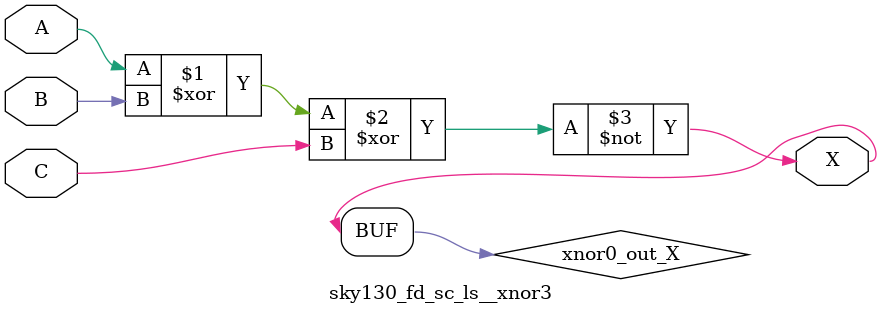
<source format=v>
/*
 * Copyright 2020 The SkyWater PDK Authors
 *
 * Licensed under the Apache License, Version 2.0 (the "License");
 * you may not use this file except in compliance with the License.
 * You may obtain a copy of the License at
 *
 *     https://www.apache.org/licenses/LICENSE-2.0
 *
 * Unless required by applicable law or agreed to in writing, software
 * distributed under the License is distributed on an "AS IS" BASIS,
 * WITHOUT WARRANTIES OR CONDITIONS OF ANY KIND, either express or implied.
 * See the License for the specific language governing permissions and
 * limitations under the License.
 *
 * SPDX-License-Identifier: Apache-2.0
*/


`ifndef SKY130_FD_SC_LS__XNOR3_FUNCTIONAL_V
`define SKY130_FD_SC_LS__XNOR3_FUNCTIONAL_V

/**
 * xnor3: 3-input exclusive NOR.
 *
 * Verilog simulation functional model.
 */

`timescale 1ns / 1ps
`default_nettype none

`celldefine
module sky130_fd_sc_ls__xnor3 (
    X,
    A,
    B,
    C
);

    // Module ports
    output X;
    input  A;
    input  B;
    input  C;

    // Local signals
    wire xnor0_out_X;

    //   Name   Output       Other arguments
    xnor xnor0 (xnor0_out_X, A, B, C        );
    buf  buf0  (X          , xnor0_out_X    );

endmodule
`endcelldefine

`default_nettype wire
`endif  // SKY130_FD_SC_LS__XNOR3_FUNCTIONAL_V

</source>
